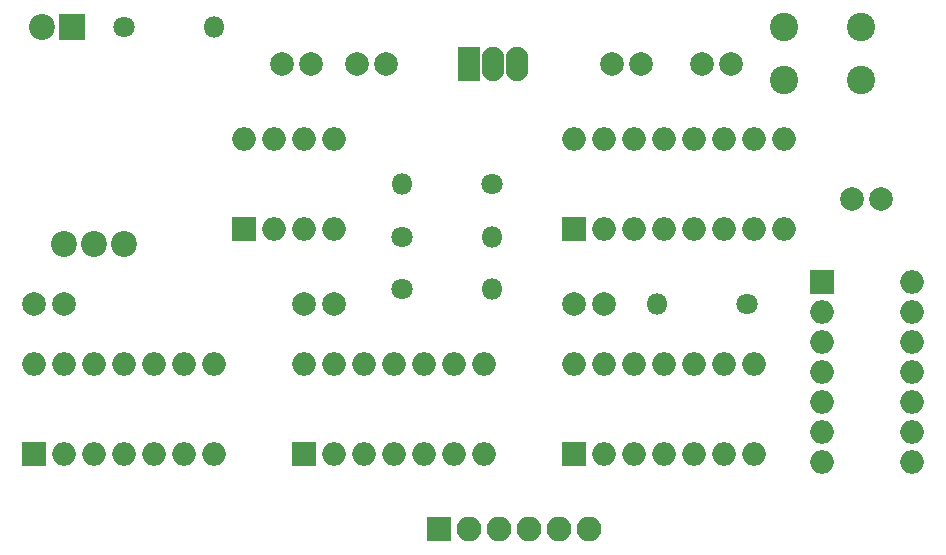
<source format=gbr>
G04 #@! TF.GenerationSoftware,KiCad,Pcbnew,(5.1.4-0-10_14)*
G04 #@! TF.CreationDate,2019-12-07T10:25:11-08:00*
G04 #@! TF.ProjectId,slow-clock,736c6f77-2d63-46c6-9f63-6b2e6b696361,rev?*
G04 #@! TF.SameCoordinates,Original*
G04 #@! TF.FileFunction,Soldermask,Top*
G04 #@! TF.FilePolarity,Negative*
%FSLAX46Y46*%
G04 Gerber Fmt 4.6, Leading zero omitted, Abs format (unit mm)*
G04 Created by KiCad (PCBNEW (5.1.4-0-10_14)) date 2019-12-07 10:25:11*
%MOMM*%
%LPD*%
G04 APERTURE LIST*
%ADD10R,1.900000X2.900000*%
%ADD11O,1.900000X2.900000*%
%ADD12O,1.800000X1.800000*%
%ADD13C,1.800000*%
%ADD14C,2.000000*%
%ADD15R,2.200000X2.200000*%
%ADD16C,2.200000*%
%ADD17R,2.100000X2.100000*%
%ADD18O,2.100000X2.100000*%
%ADD19C,2.400000*%
%ADD20R,2.000000X2.000000*%
%ADD21O,2.000000X2.000000*%
G04 APERTURE END LIST*
D10*
X64770000Y-26670000D03*
D11*
X66770000Y-26670000D03*
X68770000Y-26670000D03*
D12*
X59055000Y-36830000D03*
D13*
X66675000Y-36830000D03*
D12*
X66675000Y-41275000D03*
D13*
X59055000Y-41275000D03*
D12*
X80645000Y-46990000D03*
D13*
X88265000Y-46990000D03*
D12*
X66675000Y-45720000D03*
D13*
X59055000Y-45720000D03*
D12*
X43180000Y-23495000D03*
D13*
X35560000Y-23495000D03*
D14*
X57745000Y-26670000D03*
X55245000Y-26670000D03*
X48895000Y-26670000D03*
X51395000Y-26670000D03*
X84455000Y-26670000D03*
X86955000Y-26670000D03*
X53300000Y-46990000D03*
X50800000Y-46990000D03*
X76835000Y-26670000D03*
X79335000Y-26670000D03*
X76160000Y-46990000D03*
X73660000Y-46990000D03*
X27940000Y-46990000D03*
X30440000Y-46990000D03*
X99655000Y-38100000D03*
X97155000Y-38100000D03*
D15*
X31115000Y-23495000D03*
D16*
X28575000Y-23495000D03*
D17*
X62230000Y-66040000D03*
D18*
X64770000Y-66040000D03*
X67310000Y-66040000D03*
X69850000Y-66040000D03*
X72390000Y-66040000D03*
X74930000Y-66040000D03*
D16*
X30480000Y-41910000D03*
X33020000Y-41910000D03*
X35560000Y-41910000D03*
D19*
X91440000Y-27995000D03*
X91440000Y-23495000D03*
X97940000Y-27995000D03*
X97940000Y-23495000D03*
D20*
X45720000Y-40640000D03*
D21*
X53340000Y-33020000D03*
X48260000Y-40640000D03*
X50800000Y-33020000D03*
X50800000Y-40640000D03*
X48260000Y-33020000D03*
X53340000Y-40640000D03*
X45720000Y-33020000D03*
D20*
X94615000Y-45085000D03*
D21*
X102235000Y-60325000D03*
X94615000Y-47625000D03*
X102235000Y-57785000D03*
X94615000Y-50165000D03*
X102235000Y-55245000D03*
X94615000Y-52705000D03*
X102235000Y-52705000D03*
X94615000Y-55245000D03*
X102235000Y-50165000D03*
X94615000Y-57785000D03*
X102235000Y-47625000D03*
X94615000Y-60325000D03*
X102235000Y-45085000D03*
X50800000Y-52070000D03*
X66040000Y-59690000D03*
X53340000Y-52070000D03*
X63500000Y-59690000D03*
X55880000Y-52070000D03*
X60960000Y-59690000D03*
X58420000Y-52070000D03*
X58420000Y-59690000D03*
X60960000Y-52070000D03*
X55880000Y-59690000D03*
X63500000Y-52070000D03*
X53340000Y-59690000D03*
X66040000Y-52070000D03*
D20*
X50800000Y-59690000D03*
X73660000Y-40640000D03*
D21*
X91440000Y-33020000D03*
X76200000Y-40640000D03*
X88900000Y-33020000D03*
X78740000Y-40640000D03*
X86360000Y-33020000D03*
X81280000Y-40640000D03*
X83820000Y-33020000D03*
X83820000Y-40640000D03*
X81280000Y-33020000D03*
X86360000Y-40640000D03*
X78740000Y-33020000D03*
X88900000Y-40640000D03*
X76200000Y-33020000D03*
X91440000Y-40640000D03*
X73660000Y-33020000D03*
D20*
X27940000Y-59690000D03*
D21*
X43180000Y-52070000D03*
X30480000Y-59690000D03*
X40640000Y-52070000D03*
X33020000Y-59690000D03*
X38100000Y-52070000D03*
X35560000Y-59690000D03*
X35560000Y-52070000D03*
X38100000Y-59690000D03*
X33020000Y-52070000D03*
X40640000Y-59690000D03*
X30480000Y-52070000D03*
X43180000Y-59690000D03*
X27940000Y-52070000D03*
X73660000Y-52070000D03*
X88900000Y-59690000D03*
X76200000Y-52070000D03*
X86360000Y-59690000D03*
X78740000Y-52070000D03*
X83820000Y-59690000D03*
X81280000Y-52070000D03*
X81280000Y-59690000D03*
X83820000Y-52070000D03*
X78740000Y-59690000D03*
X86360000Y-52070000D03*
X76200000Y-59690000D03*
X88900000Y-52070000D03*
D20*
X73660000Y-59690000D03*
M02*

</source>
